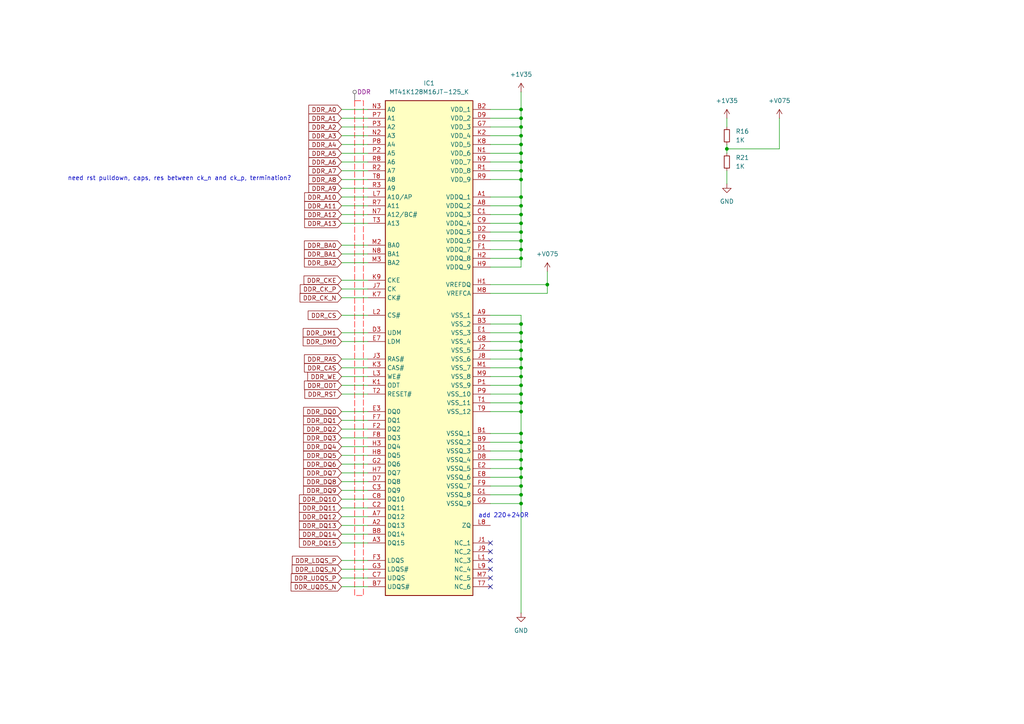
<source format=kicad_sch>
(kicad_sch (version 20250114) (generator "eeschema") (generator_version "9.0")
  (paper "A4")
  (lib_symbols
    (symbol "!Mem:MT41K128M16JT-125_K"
      (property "Reference" "IC" (at 31.75 7.62 0))
      (property "Value" "MT41K128M16JT-125_K" (at 31.75 5.08 0))
      (symbol "MT41K128M16JT-125_K_1_1"
        (rectangle (start 5.08 2.54) (end 30.48 -140.97) (stroke (width 0.254)) (fill (type background)))
        (pin passive line (at 0 0 0) (length 5.08) (name "A0") (number "N3"))
        (pin passive line (at 0 -2.54 0) (length 5.08) (name "A1") (number "P7"))
        (pin passive line (at 0 -5.08 0) (length 5.08) (name "A2") (number "P3"))
        (pin passive line (at 0 -7.62 0) (length 5.08) (name "A3") (number "N2"))
        (pin passive line (at 0 -10.16 0) (length 5.08) (name "A4") (number "P8"))
        (pin passive line (at 0 -12.7 0) (length 5.08) (name "A5") (number "P2"))
        (pin passive line (at 0 -15.24 0) (length 5.08) (name "A6") (number "R8"))
        (pin passive line (at 0 -17.78 0) (length 5.08) (name "A7") (number "R2"))
        (pin passive line (at 0 -20.32 0) (length 5.08) (name "A8") (number "T8"))
        (pin passive line (at 0 -22.86 0) (length 5.08) (name "A9") (number "R3"))
        (pin passive line (at 0 -25.4 0) (length 5.08) (name "A10/AP") (number "L7"))
        (pin passive line (at 0 -27.94 0) (length 5.08) (name "A11") (number "R7"))
        (pin passive line (at 0 -30.48 0) (length 5.08) (name "A12/BC#") (number "N7"))
        (pin passive line (at 0 -33.02 0) (length 5.08) (name "A13") (number "T3"))
        (pin passive line (at 0 -39.37 0) (length 5.08) (name "BA0") (number "M2"))
        (pin passive line (at 0 -41.91 0) (length 5.08) (name "BA1") (number "N8"))
        (pin passive line (at 0 -44.45 0) (length 5.08) (name "BA2") (number "M3"))
        (pin passive line (at 0 -49.53 0) (length 5.08) (name "CKE") (number "K9"))
        (pin passive line (at 0 -52.07 0) (length 5.08) (name "CK") (number "J7"))
        (pin passive line (at 0 -54.61 0) (length 5.08) (name "CK#") (number "K7"))
        (pin passive line (at 0 -59.69 0) (length 5.08) (name "CS#") (number "L2"))
        (pin passive line (at 0 -64.77 0) (length 5.08) (name "UDM") (number "D3"))
        (pin passive line (at 0 -67.31 0) (length 5.08) (name "LDM") (number "E7"))
        (pin passive line (at 0 -72.39 0) (length 5.08) (name "RAS#") (number "J3"))
        (pin passive line (at 0 -74.93 0) (length 5.08) (name "CAS#") (number "K3"))
        (pin passive line (at 0 -77.47 0) (length 5.08) (name "WE#") (number "L3"))
        (pin passive line (at 0 -80.01 0) (length 5.08) (name "ODT") (number "K1"))
        (pin passive line (at 0 -82.55 0) (length 5.08) (name "RESET#") (number "T2"))
        (pin passive line (at 0 -87.63 0) (length 5.08) (name "DQ0") (number "E3"))
        (pin passive line (at 0 -90.17 0) (length 5.08) (name "DQ1") (number "F7"))
        (pin passive line (at 0 -92.71 0) (length 5.08) (name "DQ2") (number "F2"))
        (pin passive line (at 0 -95.25 0) (length 5.08) (name "DQ3") (number "F8"))
        (pin passive line (at 0 -97.79 0) (length 5.08) (name "DQ4") (number "H3"))
        (pin passive line (at 0 -100.33 0) (length 5.08) (name "DQ5") (number "H8"))
        (pin passive line (at 0 -102.87 0) (length 5.08) (name "DQ6") (number "G2"))
        (pin passive line (at 0 -105.41 0) (length 5.08) (name "DQ7") (number "H7"))
        (pin passive line (at 0 -107.95 0) (length 5.08) (name "DQ8") (number "D7"))
        (pin passive line (at 0 -110.49 0) (length 5.08) (name "DQ9") (number "C3"))
        (pin passive line (at 0 -113.03 0) (length 5.08) (name "DQ10") (number "C8"))
        (pin passive line (at 0 -115.57 0) (length 5.08) (name "DQ11") (number "C2"))
        (pin passive line (at 0 -118.11 0) (length 5.08) (name "DQ12") (number "A7"))
        (pin passive line (at 0 -120.65 0) (length 5.08) (name "DQ13") (number "A2"))
        (pin passive line (at 0 -123.19 0) (length 5.08) (name "DQ14") (number "B8"))
        (pin passive line (at 0 -125.73 0) (length 5.08) (name "DQ15") (number "A3"))
        (pin passive line (at 0 -130.81 0) (length 5.08) (name "LDQS") (number "F3"))
        (pin passive line (at 0 -133.35 0) (length 5.08) (name "LDQS#") (number "G3"))
        (pin passive line (at 0 -135.89 0) (length 5.08) (name "UDQS") (number "C7"))
        (pin passive line (at 0 -138.43 0) (length 5.08) (name "UDQS#") (number "B7"))
        (pin passive line (at 35.56 0 180) (length 5.08) (name "VDD_1") (number "B2"))
        (pin passive line (at 35.56 -2.54 180) (length 5.08) (name "VDD_2") (number "D9"))
        (pin passive line (at 35.56 -5.08 180) (length 5.08) (name "VDD_3") (number "G7"))
        (pin passive line (at 35.56 -7.62 180) (length 5.08) (name "VDD_4") (number "K2"))
        (pin passive line (at 35.56 -10.16 180) (length 5.08) (name "VDD_5") (number "K8"))
        (pin passive line (at 35.56 -12.7 180) (length 5.08) (name "VDD_6") (number "N1"))
        (pin passive line (at 35.56 -15.24 180) (length 5.08) (name "VDD_7") (number "N9"))
        (pin passive line (at 35.56 -17.78 180) (length 5.08) (name "VDD_8") (number "R1"))
        (pin passive line (at 35.56 -20.32 180) (length 5.08) (name "VDD_9") (number "R9"))
        (pin passive line (at 35.56 -25.4 180) (length 5.08) (name "VDDQ_1") (number "A1"))
        (pin passive line (at 35.56 -27.94 180) (length 5.08) (name "VDDQ_2") (number "A8"))
        (pin passive line (at 35.56 -30.48 180) (length 5.08) (name "VDDQ_3") (number "C1"))
        (pin passive line (at 35.56 -33.02 180) (length 5.08) (name "VDDQ_4") (number "C9"))
        (pin passive line (at 35.56 -35.56 180) (length 5.08) (name "VDDQ_5") (number "D2"))
        (pin passive line (at 35.56 -38.1 180) (length 5.08) (name "VDDQ_6") (number "E9"))
        (pin passive line (at 35.56 -40.64 180) (length 5.08) (name "VDDQ_7") (number "F1"))
        (pin passive line (at 35.56 -43.18 180) (length 5.08) (name "VDDQ_8") (number "H2"))
        (pin passive line (at 35.56 -45.72 180) (length 5.08) (name "VDDQ_9") (number "H9"))
        (pin passive line (at 35.56 -50.8 180) (length 5.08) (name "VREFDQ") (number "H1"))
        (pin passive line (at 35.56 -53.34 180) (length 5.08) (name "VREFCA") (number "M8"))
        (pin passive line (at 35.56 -59.69 180) (length 5.08) (name "VSS_1") (number "A9"))
        (pin passive line (at 35.56 -62.23 180) (length 5.08) (name "VSS_2") (number "B3"))
        (pin passive line (at 35.56 -64.77 180) (length 5.08) (name "VSS_3") (number "E1"))
        (pin passive line (at 35.56 -67.31 180) (length 5.08) (name "VSS_4") (number "G8"))
        (pin passive line (at 35.56 -69.85 180) (length 5.08) (name "VSS_5") (number "J2"))
        (pin passive line (at 35.56 -72.39 180) (length 5.08) (name "VSS_6") (number "J8"))
        (pin passive line (at 35.56 -74.93 180) (length 5.08) (name "VSS_7") (number "M1"))
        (pin passive line (at 35.56 -77.47 180) (length 5.08) (name "VSS_8") (number "M9"))
        (pin passive line (at 35.56 -80.01 180) (length 5.08) (name "VSS_9") (number "P1"))
        (pin passive line (at 35.56 -82.55 180) (length 5.08) (name "VSS_10") (number "P9"))
        (pin passive line (at 35.56 -85.09 180) (length 5.08) (name "VSS_11") (number "T1"))
        (pin passive line (at 35.56 -87.63 180) (length 5.08) (name "VSS_12") (number "T9"))
        (pin passive line (at 35.56 -93.98 180) (length 5.08) (name "VSSQ_1") (number "B1"))
        (pin passive line (at 35.56 -96.52 180) (length 5.08) (name "VSSQ_2") (number "B9"))
        (pin passive line (at 35.56 -99.06 180) (length 5.08) (name "VSSQ_3") (number "D1"))
        (pin passive line (at 35.56 -101.6 180) (length 5.08) (name "VSSQ_4") (number "D8"))
        (pin passive line (at 35.56 -104.14 180) (length 5.08) (name "VSSQ_5") (number "E2"))
        (pin passive line (at 35.56 -106.68 180) (length 5.08) (name "VSSQ_6") (number "E8"))
        (pin passive line (at 35.56 -109.22 180) (length 5.08) (name "VSSQ_7") (number "F9"))
        (pin passive line (at 35.56 -111.76 180) (length 5.08) (name "VSSQ_8") (number "G1"))
        (pin passive line (at 35.56 -114.3 180) (length 5.08) (name "VSSQ_9") (number "G9"))
        (pin passive line (at 35.56 -120.65 180) (length 5.08) (name "ZQ") (number "L8"))
        (pin passive line (at 35.56 -125.73 180) (length 5.08) (name "NC_1") (number "J1"))
        (pin passive line (at 35.56 -128.27 180) (length 5.08) (name "NC_2") (number "J9"))
        (pin passive line (at 35.56 -130.81 180) (length 5.08) (name "NC_3") (number "L1"))
        (pin passive line (at 35.56 -133.35 180) (length 5.08) (name "NC_4") (number "L9"))
        (pin passive line (at 35.56 -135.89 180) (length 5.08) (name "NC_5") (number "M7"))
        (pin passive line (at 35.56 -138.43 180) (length 5.08) (name "NC_6") (number "T7"))
      )
    )
    (symbol "!Misc:R_1K_0603" (pin_numbers (hide yes)) (pin_names (offset 0.254) (hide yes))
      (property "Reference" "R" (at 0 0 90))
      (property "Value" "1K" (at 1.778 0 90))
      (symbol "R_1K_0603_0_1"
        (rectangle (start -0.762 1.778) (end 0.762 -1.778) (stroke (width 0.2032)))
      )
      (symbol "R_1K_0603_1_1"
        (pin passive line (at 0 2.54 270) (length 0.762) (name "~") (number "1"))
        (pin passive line (at 0 -2.54 90) (length 0.762) (name "~") (number "2"))
      )
    )
    (symbol "power:+1V0" (power) (pin_numbers (hide yes)) (pin_names (offset 0) (hide yes))
      (property "Value" "+1V0" (at 0 3.556 0))
      (symbol "+1V0_0_1"
        (polyline (pts (xy -0.762 1.27) (xy 0 2.54)))
        (polyline (pts (xy 0 2.54) (xy 0.762 1.27)))
        (polyline (pts (xy 0 0) (xy 0 2.54)))
      )
      (symbol "+1V0_1_1"
        (pin power_in line (at 0 0 90) (length 0) (name "~") (number "1"))
      )
    )
    (symbol "power:GND" (power) (pin_numbers (hide yes)) (pin_names (offset 0) (hide yes))
      (property "Value" "GND" (at 0 -3.81 0))
      (symbol "GND_0_1"
        (polyline (pts (xy 0 0) (xy 0 -1.27) (xy 1.27 -1.27) (xy 0 -2.54) (xy -1.27 -1.27) (xy 0 -1.27)))
      )
      (symbol "GND_1_1"
        (pin power_in line (at 0 0 270) (length 0) (name "~") (number "1"))
      )
    )
  )
  (text "add 220+240R" (at 146.05 149.606 0) (effects (font (size 1.27 1.27))))
  (text "need rst pulldown, caps, res between ck_n and ck_p, termination?" (at 52.07 51.816 0) (effects (font (size 1.27 1.27))))
  (junction (at 151.13 46.99))
  (junction (at 151.13 99.06))
  (junction (at 151.13 34.29))
  (junction (at 151.13 41.91))
  (junction (at 151.13 130.81))
  (junction (at 151.13 104.14))
  (junction (at 151.13 57.15))
  (junction (at 151.13 125.73))
  (junction (at 151.13 106.68))
  (junction (at 151.13 101.6))
  (junction (at 151.13 119.38))
  (junction (at 151.13 114.3))
  (junction (at 151.13 116.84))
  (junction (at 151.13 39.37))
  (junction (at 210.82 43.18))
  (junction (at 151.13 138.43))
  (junction (at 151.13 135.89))
  (junction (at 151.13 140.97))
  (junction (at 151.13 31.75))
  (junction (at 151.13 36.83))
  (junction (at 151.13 49.53))
  (junction (at 151.13 143.51))
  (junction (at 151.13 59.69))
  (junction (at 151.13 111.76))
  (junction (at 151.13 96.52))
  (junction (at 151.13 128.27))
  (junction (at 151.13 62.23))
  (junction (at 151.13 74.93))
  (junction (at 151.13 67.31))
  (junction (at 151.13 146.05))
  (junction (at 151.13 64.77))
  (junction (at 151.13 72.39))
  (junction (at 151.13 109.22))
  (junction (at 151.13 44.45))
  (junction (at 158.75 82.55))
  (junction (at 151.13 93.98))
  (junction (at 151.13 69.85))
  (junction (at 151.13 52.07))
  (junction (at 151.13 133.35))
  (no_connect (at 142.24 157.48))
  (no_connect (at 142.24 165.1))
  (no_connect (at 142.24 167.64))
  (no_connect (at 142.24 160.02))
  (no_connect (at 142.24 170.18))
  (no_connect (at 142.24 162.56))
  (wire (pts (xy 151.13 69.85) (xy 151.13 72.39)))
  (wire (pts (xy 99.06 134.62) (xy 106.68 134.62)))
  (wire (pts (xy 99.06 129.54) (xy 106.68 129.54)))
  (wire (pts (xy 151.13 135.89) (xy 151.13 138.43)))
  (wire (pts (xy 142.24 36.83) (xy 151.13 36.83)))
  (wire (pts (xy 142.24 31.75) (xy 151.13 31.75)))
  (wire (pts (xy 151.13 116.84) (xy 151.13 119.38)))
  (wire (pts (xy 99.06 91.44) (xy 106.68 91.44)))
  (wire (pts (xy 142.24 130.81) (xy 151.13 130.81)))
  (wire (pts (xy 99.06 144.78) (xy 106.68 144.78)))
  (wire (pts (xy 151.13 57.15) (xy 151.13 59.69)))
  (wire (pts (xy 142.24 109.22) (xy 151.13 109.22)))
  (wire (pts (xy 151.13 64.77) (xy 151.13 67.31)))
  (wire (pts (xy 142.24 106.68) (xy 151.13 106.68)))
  (wire (pts (xy 142.24 39.37) (xy 151.13 39.37)))
  (wire (pts (xy 99.06 86.36) (xy 106.68 86.36)))
  (wire (pts (xy 210.82 43.18) (xy 226.06 43.18)))
  (wire (pts (xy 210.82 34.29) (xy 210.82 36.83)))
  (wire (pts (xy 151.13 31.75) (xy 151.13 34.29)))
  (wire (pts (xy 99.06 81.28) (xy 106.68 81.28)))
  (wire (pts (xy 142.24 104.14) (xy 151.13 104.14)))
  (wire (pts (xy 99.06 154.94) (xy 106.68 154.94)))
  (wire (pts (xy 99.06 137.16) (xy 106.68 137.16)))
  (wire (pts (xy 142.24 111.76) (xy 151.13 111.76)))
  (wire (pts (xy 99.06 46.99) (xy 106.68 46.99)))
  (wire (pts (xy 99.06 119.38) (xy 106.68 119.38)))
  (wire (pts (xy 99.06 31.75) (xy 106.68 31.75)))
  (wire (pts (xy 151.13 57.15) (xy 151.13 52.07)))
  (wire (pts (xy 151.13 74.93) (xy 151.13 77.47)))
  (wire (pts (xy 99.06 157.48) (xy 106.68 157.48)))
  (wire (pts (xy 151.13 93.98) (xy 151.13 96.52)))
  (wire (pts (xy 99.06 36.83) (xy 106.68 36.83)))
  (wire (pts (xy 99.06 44.45) (xy 106.68 44.45)))
  (wire (pts (xy 142.24 74.93) (xy 151.13 74.93)))
  (wire (pts (xy 99.06 49.53) (xy 106.68 49.53)))
  (wire (pts (xy 142.24 146.05) (xy 151.13 146.05)))
  (wire (pts (xy 142.24 64.77) (xy 151.13 64.77)))
  (wire (pts (xy 99.06 139.7) (xy 106.68 139.7)))
  (wire (pts (xy 99.06 167.64) (xy 106.68 167.64)))
  (wire (pts (xy 151.13 140.97) (xy 151.13 143.51)))
  (wire (pts (xy 99.06 149.86) (xy 106.68 149.86)))
  (wire (pts (xy 99.06 152.4) (xy 106.68 152.4)))
  (wire (pts (xy 151.13 36.83) (xy 151.13 39.37)))
  (wire (pts (xy 142.24 135.89) (xy 151.13 135.89)))
  (wire (pts (xy 151.13 138.43) (xy 151.13 140.97)))
  (wire (pts (xy 158.75 85.09) (xy 158.75 82.55)))
  (wire (pts (xy 142.24 133.35) (xy 151.13 133.35)))
  (wire (pts (xy 151.13 101.6) (xy 151.13 104.14)))
  (wire (pts (xy 99.06 170.18) (xy 106.68 170.18)))
  (wire (pts (xy 142.24 85.09) (xy 158.75 85.09)))
  (wire (pts (xy 142.24 62.23) (xy 151.13 62.23)))
  (wire (pts (xy 151.13 62.23) (xy 151.13 64.77)))
  (wire (pts (xy 99.06 41.91) (xy 106.68 41.91)))
  (wire (pts (xy 151.13 49.53) (xy 151.13 52.07)))
  (wire (pts (xy 142.24 34.29) (xy 151.13 34.29)))
  (wire (pts (xy 99.06 109.22) (xy 106.68 109.22)))
  (wire (pts (xy 99.06 104.14) (xy 106.68 104.14)))
  (wire (pts (xy 99.06 73.66) (xy 106.68 73.66)))
  (wire (pts (xy 142.24 143.51) (xy 151.13 143.51)))
  (wire (pts (xy 99.06 96.52) (xy 106.68 96.52)))
  (wire (pts (xy 151.13 34.29) (xy 151.13 36.83)))
  (wire (pts (xy 142.24 116.84) (xy 151.13 116.84)))
  (wire (pts (xy 210.82 43.18) (xy 210.82 44.45)))
  (wire (pts (xy 99.06 39.37) (xy 106.68 39.37)))
  (wire (pts (xy 151.13 130.81) (xy 151.13 133.35)))
  (wire (pts (xy 99.06 121.92) (xy 106.68 121.92)))
  (wire (pts (xy 99.06 59.69) (xy 106.68 59.69)))
  (wire (pts (xy 142.24 69.85) (xy 151.13 69.85)))
  (wire (pts (xy 142.24 96.52) (xy 151.13 96.52)))
  (wire (pts (xy 99.06 99.06) (xy 106.68 99.06)))
  (wire (pts (xy 151.13 109.22) (xy 151.13 111.76)))
  (wire (pts (xy 142.24 41.91) (xy 151.13 41.91)))
  (wire (pts (xy 210.82 41.91) (xy 210.82 43.18)))
  (wire (pts (xy 99.06 124.46) (xy 106.68 124.46)))
  (wire (pts (xy 99.06 71.12) (xy 106.68 71.12)))
  (wire (pts (xy 99.06 52.07) (xy 106.68 52.07)))
  (wire (pts (xy 142.24 49.53) (xy 151.13 49.53)))
  (wire (pts (xy 151.13 143.51) (xy 151.13 146.05)))
  (wire (pts (xy 151.13 106.68) (xy 151.13 109.22)))
  (wire (pts (xy 142.24 91.44) (xy 151.13 91.44)))
  (wire (pts (xy 151.13 99.06) (xy 151.13 101.6)))
  (wire (pts (xy 99.06 57.15) (xy 106.68 57.15)))
  (wire (pts (xy 226.06 34.29) (xy 226.06 43.18)))
  (wire (pts (xy 151.13 125.73) (xy 151.13 128.27)))
  (wire (pts (xy 151.13 133.35) (xy 151.13 135.89)))
  (wire (pts (xy 151.13 128.27) (xy 151.13 130.81)))
  (wire (pts (xy 151.13 41.91) (xy 151.13 44.45)))
  (wire (pts (xy 142.24 82.55) (xy 158.75 82.55)))
  (wire (pts (xy 99.06 54.61) (xy 106.68 54.61)))
  (wire (pts (xy 99.06 127) (xy 106.68 127)))
  (wire (pts (xy 99.06 111.76) (xy 106.68 111.76)))
  (wire (pts (xy 158.75 78.74) (xy 158.75 82.55)))
  (wire (pts (xy 142.24 101.6) (xy 151.13 101.6)))
  (wire (pts (xy 151.13 72.39) (xy 151.13 74.93)))
  (wire (pts (xy 99.06 64.77) (xy 106.68 64.77)))
  (wire (pts (xy 151.13 67.31) (xy 151.13 69.85)))
  (wire (pts (xy 99.06 114.3) (xy 106.68 114.3)))
  (wire (pts (xy 151.13 104.14) (xy 151.13 106.68)))
  (wire (pts (xy 142.24 119.38) (xy 151.13 119.38)))
  (wire (pts (xy 142.24 44.45) (xy 151.13 44.45)))
  (wire (pts (xy 99.06 62.23) (xy 106.68 62.23)))
  (wire (pts (xy 151.13 26.67) (xy 151.13 31.75)))
  (wire (pts (xy 142.24 46.99) (xy 151.13 46.99)))
  (wire (pts (xy 151.13 114.3) (xy 151.13 116.84)))
  (wire (pts (xy 142.24 138.43) (xy 151.13 138.43)))
  (wire (pts (xy 151.13 111.76) (xy 151.13 114.3)))
  (wire (pts (xy 142.24 77.47) (xy 151.13 77.47)))
  (wire (pts (xy 142.24 125.73) (xy 151.13 125.73)))
  (wire (pts (xy 99.06 132.08) (xy 106.68 132.08)))
  (wire (pts (xy 142.24 57.15) (xy 151.13 57.15)))
  (wire (pts (xy 99.06 162.56) (xy 106.68 162.56)))
  (wire (pts (xy 99.06 106.68) (xy 106.68 106.68)))
  (wire (pts (xy 99.06 83.82) (xy 106.68 83.82)))
  (wire (pts (xy 142.24 72.39) (xy 151.13 72.39)))
  (wire (pts (xy 142.24 67.31) (xy 151.13 67.31)))
  (wire (pts (xy 99.06 142.24) (xy 106.68 142.24)))
  (wire (pts (xy 151.13 44.45) (xy 151.13 46.99)))
  (wire (pts (xy 151.13 52.07) (xy 142.24 52.07)))
  (wire (pts (xy 210.82 49.53) (xy 210.82 53.34)))
  (wire (pts (xy 99.06 147.32) (xy 106.68 147.32)))
  (wire (pts (xy 142.24 140.97) (xy 151.13 140.97)))
  (wire (pts (xy 142.24 59.69) (xy 151.13 59.69)))
  (wire (pts (xy 151.13 119.38) (xy 151.13 125.73)))
  (wire (pts (xy 151.13 146.05) (xy 151.13 177.8)))
  (wire (pts (xy 151.13 91.44) (xy 151.13 93.98)))
  (wire (pts (xy 142.24 93.98) (xy 151.13 93.98)))
  (wire (pts (xy 99.06 76.2) (xy 106.68 76.2)))
  (wire (pts (xy 151.13 96.52) (xy 151.13 99.06)))
  (wire (pts (xy 142.24 114.3) (xy 151.13 114.3)))
  (wire (pts (xy 142.24 128.27) (xy 151.13 128.27)))
  (wire (pts (xy 99.06 34.29) (xy 106.68 34.29)))
  (wire (pts (xy 142.24 99.06) (xy 151.13 99.06)))
  (wire (pts (xy 99.06 165.1) (xy 106.68 165.1)))
  (wire (pts (xy 151.13 59.69) (xy 151.13 62.23)))
  (wire (pts (xy 151.13 46.99) (xy 151.13 49.53)))
  (wire (pts (xy 151.13 39.37) (xy 151.13 41.91)))
  (global_label "DDR_ODT" (shape input) (at 99.06 111.76 180) (property "Intersheetrefs" "${INTERSHEET_REFS}" (effects (hide yes))))
  (global_label "DDR_DQ14" (shape input) (at 99.06 154.94 180) (property "Intersheetrefs" "${INTERSHEET_REFS}" (effects (hide yes))))
  (global_label "DDR_A13" (shape input) (at 99.06 64.77 180) (property "Intersheetrefs" "${INTERSHEET_REFS}" (effects (hide yes))))
  (global_label "DDR_CK_P" (shape input) (at 99.06 83.82 180) (property "Intersheetrefs" "${INTERSHEET_REFS}" (effects (hide yes))))
  (global_label "DDR_LDQS_P" (shape input) (at 99.06 162.56 180) (property "Intersheetrefs" "${INTERSHEET_REFS}" (effects (hide yes))))
  (global_label "DDR_A10" (shape input) (at 99.06 57.15 180) (property "Intersheetrefs" "${INTERSHEET_REFS}" (effects (hide yes))))
  (global_label "DDR_DQ15" (shape input) (at 99.06 157.48 180) (property "Intersheetrefs" "${INTERSHEET_REFS}" (effects (hide yes))))
  (global_label "DDR_A8" (shape input) (at 99.06 52.07 180) (property "Intersheetrefs" "${INTERSHEET_REFS}" (effects (hide yes))))
  (global_label "DDR_CAS" (shape input) (at 99.06 106.68 180) (property "Intersheetrefs" "${INTERSHEET_REFS}" (effects (hide yes))))
  (global_label "DDR_DM1" (shape input) (at 99.06 96.52 180) (property "Intersheetrefs" "${INTERSHEET_REFS}" (effects (hide yes))))
  (global_label "DDR_A9" (shape input) (at 99.06 54.61 180) (property "Intersheetrefs" "${INTERSHEET_REFS}" (effects (hide yes))))
  (global_label "DDR_CKE" (shape input) (at 99.06 81.28 180) (property "Intersheetrefs" "${INTERSHEET_REFS}" (effects (hide yes))))
  (global_label "DDR_A5" (shape input) (at 99.06 44.45 180) (property "Intersheetrefs" "${INTERSHEET_REFS}" (effects (hide yes))))
  (global_label "DDR_DQ0" (shape input) (at 99.06 119.38 180) (property "Intersheetrefs" "${INTERSHEET_REFS}" (effects (hide yes))))
  (global_label "DDR_BA1" (shape input) (at 99.06 73.66 180) (property "Intersheetrefs" "${INTERSHEET_REFS}" (effects (hide yes))))
  (global_label "DDR_A2" (shape input) (at 99.06 36.83 180) (property "Intersheetrefs" "${INTERSHEET_REFS}" (effects (hide yes))))
  (global_label "DDR_A1" (shape input) (at 99.06 34.29 180) (property "Intersheetrefs" "${INTERSHEET_REFS}" (effects (hide yes))))
  (global_label "DDR_DQ10" (shape input) (at 99.06 144.78 180) (property "Intersheetrefs" "${INTERSHEET_REFS}" (effects (hide yes))))
  (global_label "DDR_DQ12" (shape input) (at 99.06 149.86 180) (property "Intersheetrefs" "${INTERSHEET_REFS}" (effects (hide yes))))
  (global_label "DDR_RAS" (shape input) (at 99.06 104.14 180) (property "Intersheetrefs" "${INTERSHEET_REFS}" (effects (hide yes))))
  (global_label "DDR_DQ5" (shape input) (at 99.06 132.08 180) (property "Intersheetrefs" "${INTERSHEET_REFS}" (effects (hide yes))))
  (global_label "DDR_DQ9" (shape input) (at 99.06 142.24 180) (property "Intersheetrefs" "${INTERSHEET_REFS}" (effects (hide yes))))
  (global_label "DDR_A11" (shape input) (at 99.06 59.69 180) (property "Intersheetrefs" "${INTERSHEET_REFS}" (effects (hide yes))))
  (global_label "DDR_DQ4" (shape input) (at 99.06 129.54 180) (property "Intersheetrefs" "${INTERSHEET_REFS}" (effects (hide yes))))
  (global_label "DDR_DQ7" (shape input) (at 99.06 137.16 180) (property "Intersheetrefs" "${INTERSHEET_REFS}" (effects (hide yes))))
  (global_label "DDR_A12" (shape input) (at 99.06 62.23 180) (property "Intersheetrefs" "${INTERSHEET_REFS}" (effects (hide yes))))
  (global_label "DDR_A7" (shape input) (at 99.06 49.53 180) (property "Intersheetrefs" "${INTERSHEET_REFS}" (effects (hide yes))))
  (global_label "DDR_A0" (shape input) (at 99.06 31.75 180) (property "Intersheetrefs" "${INTERSHEET_REFS}" (effects (hide yes))))
  (global_label "DDR_DQ13" (shape input) (at 99.06 152.4 180) (property "Intersheetrefs" "${INTERSHEET_REFS}" (effects (hide yes))))
  (global_label "DDR_A6" (shape input) (at 99.06 46.99 180) (property "Intersheetrefs" "${INTERSHEET_REFS}" (effects (hide yes))))
  (global_label "DDR_DQ8" (shape input) (at 99.06 139.7 180) (property "Intersheetrefs" "${INTERSHEET_REFS}" (effects (hide yes))))
  (global_label "DDR_BA2" (shape input) (at 99.06 76.2 180) (property "Intersheetrefs" "${INTERSHEET_REFS}" (effects (hide yes))))
  (global_label "DDR_DQ11" (shape input) (at 99.06 147.32 180) (property "Intersheetrefs" "${INTERSHEET_REFS}" (effects (hide yes))))
  (global_label "DDR_CS" (shape input) (at 99.06 91.44 180) (property "Intersheetrefs" "${INTERSHEET_REFS}" (effects (hide yes))))
  (global_label "DDR_A4" (shape input) (at 99.06 41.91 180) (property "Intersheetrefs" "${INTERSHEET_REFS}" (effects (hide yes))))
  (global_label "DDR_UQDS_N" (shape input) (at 99.06 170.18 180) (property "Intersheetrefs" "${INTERSHEET_REFS}" (effects (hide yes))))
  (global_label "DDR_UDQS_P" (shape input) (at 99.06 167.64 180) (property "Intersheetrefs" "${INTERSHEET_REFS}" (effects (hide yes))))
  (global_label "DDR_BA0" (shape input) (at 99.06 71.12 180) (property "Intersheetrefs" "${INTERSHEET_REFS}" (effects (hide yes))))
  (global_label "DDR_RST" (shape input) (at 99.06 114.3 180) (property "Intersheetrefs" "${INTERSHEET_REFS}" (effects (hide yes))))
  (global_label "DDR_DQ3" (shape input) (at 99.06 127 180) (property "Intersheetrefs" "${INTERSHEET_REFS}" (effects (hide yes))))
  (global_label "DDR_A3" (shape input) (at 99.06 39.37 180) (property "Intersheetrefs" "${INTERSHEET_REFS}" (effects (hide yes))))
  (global_label "DDR_DQ2" (shape input) (at 99.06 124.46 180) (property "Intersheetrefs" "${INTERSHEET_REFS}" (effects (hide yes))))
  (global_label "DDR_DM0" (shape input) (at 99.06 99.06 180) (property "Intersheetrefs" "${INTERSHEET_REFS}" (effects (hide yes))))
  (global_label "DDR_DQ1" (shape input) (at 99.06 121.92 180) (property "Intersheetrefs" "${INTERSHEET_REFS}" (effects (hide yes))))
  (global_label "DDR_DQ6" (shape input) (at 99.06 134.62 180) (property "Intersheetrefs" "${INTERSHEET_REFS}" (effects (hide yes))))
  (global_label "DDR_CK_N" (shape input) (at 99.06 86.36 180) (property "Intersheetrefs" "${INTERSHEET_REFS}" (effects (hide yes))))
  (global_label "DDR_WE" (shape input) (at 99.06 109.22 180) (property "Intersheetrefs" "${INTERSHEET_REFS}" (effects (hide yes))))
  (global_label "DDR_LDQS_N" (shape input) (at 99.06 165.1 180) (property "Intersheetrefs" "${INTERSHEET_REFS}" (effects (hide yes))))
  (rule_area (polyline (pts (xy 102.87 29.21) (xy 102.87 172.72) (xy 105.41 172.72) (xy 105.41 29.21)) (stroke (width 0) (type dash))))
  (netclass_flag "" (length 2.54) (shape round) (at 102.87 29.21 0) (property "Netclass" "DDR" (at 103.5685 26.67 0) (effects (justify left))))
  (symbol (lib_id "power:+1V0") (at 210.82 34.29 0) (unit 1)
    (property "Reference" "#PWR090" (effects (hide yes)))
    (property "Value" "+1V35" (at 210.82 29.21 0))
    (property "Description" "Power symbol creates a global label with name \"+1V0\"" (effects (hide yes)))
  )
  (symbol (lib_id "!Misc:R_1K_0603") (at 210.82 39.37 0) (unit 1)
    (property "Reference" "R16" (at 213.36 38.0999 0) (effects (justify left)))
    (property "Value" "1K" (at 213.36 40.6399 0) (effects (justify left)))
    (property "Footprint" "Resistor_SMD:R_0603_1608Metric" (effects (hide yes)))
    (property "Description" "1K 0603 Resistor" (effects (hide yes)))
    (property "LCSC Part #" "C4410" (effects (hide yes)))
    (property "Digi-Key Part Number" "CR0603-FX-1001ELFCT-ND" (effects (hide yes)))
  )
  (symbol (lib_id "!Mem:MT41K128M16JT-125_K") (at 106.68 31.75 0) (unit 1)
    (property "Reference" "IC1" (at 124.46 24.13 0))
    (property "Value" "MT41K128M16JT-125_K" (at 124.46 26.67 0))
    (property "Footprint" "!Mem:BGA96C80P9X16_800X1400X120" (effects (hide yes)))
    (property "Datasheet" "https://jlcpcb.com/api/file/downloadByFileSystemAccessId/8588886760974008320" (effects (hide yes)))
    (property "Description" "SDRAM - DDR3L Memory IC 2Gb (128M x 16) Parallel 800MHz 13.75ns 96-FBGA (8x14)" (effects (hide yes)))
    (property "LCSC Part #" "C36513" (effects (hide yes)))
    (property "Digi-Key Part Number" "MT41K128M16JT-125:K" (effects (hide yes)))
  )
  (symbol (lib_id "power:+1V0") (at 158.75 78.74 0) (unit 1)
    (property "Reference" "#PWR092" (effects (hide yes)))
    (property "Value" "+V075" (at 158.75 73.66 0))
    (property "Description" "Power symbol creates a global label with name \"+1V0\"" (effects (hide yes)))
  )
  (symbol (lib_id "power:+1V0") (at 151.13 26.67 0) (unit 1)
    (property "Reference" "#PWR089" (effects (hide yes)))
    (property "Value" "+1V35" (at 151.13 21.59 0))
    (property "Description" "Power symbol creates a global label with name \"+1V0\"" (effects (hide yes)))
  )
  (symbol (lib_id "power:GND") (at 151.13 177.8 0) (unit 1)
    (property "Reference" "#PWR014" (effects (hide yes)))
    (property "Value" "GND" (at 151.13 182.88 0))
    (property "Description" "Power symbol creates a global label with name \"GND\" , ground" (effects (hide yes)))
  )
  (symbol (lib_id "power:+1V0") (at 226.06 34.29 0) (unit 1)
    (property "Reference" "#PWR091" (effects (hide yes)))
    (property "Value" "+V075" (at 226.06 29.21 0))
    (property "Description" "Power symbol creates a global label with name \"+1V0\"" (effects (hide yes)))
  )
  (symbol (lib_id "power:GND") (at 210.82 53.34 0) (unit 1)
    (property "Reference" "#PWR013" (effects (hide yes)))
    (property "Value" "GND" (at 210.82 58.42 0))
    (property "Description" "Power symbol creates a global label with name \"GND\" , ground" (effects (hide yes)))
  )
  (symbol (lib_id "!Misc:R_1K_0603") (at 210.82 46.99 0) (unit 1)
    (property "Reference" "R21" (at 213.36 45.7199 0) (effects (justify left)))
    (property "Value" "1K" (at 213.36 48.2599 0) (effects (justify left)))
    (property "Footprint" "Resistor_SMD:R_0603_1608Metric" (effects (hide yes)))
    (property "Description" "1K 0603 Resistor" (effects (hide yes)))
    (property "LCSC Part #" "C4410" (effects (hide yes)))
    (property "Digi-Key Part Number" "CR0603-FX-1001ELFCT-ND" (effects (hide yes)))
  )
)
</source>
